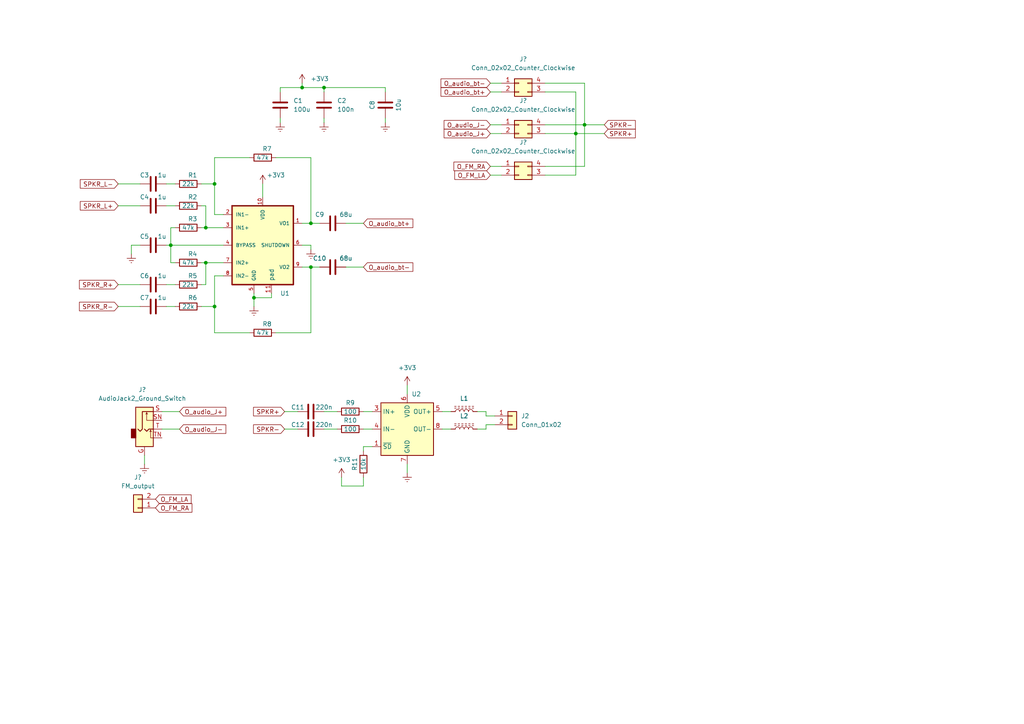
<source format=kicad_sch>
(kicad_sch (version 20211123) (generator eeschema)
  (paper "A4")
  (title_block (title "Audio preamplifier") (date "2023-01-14") (rev "0.1") (company "DjenaDev"))
  (lib_symbols
    (symbol "Amplifier_Audio:PAM8302AAS"
      (property "Reference" "U" (at 7.62 11.43 0))
      (property "Value" "PAM8302AAS" (at 7.62 8.89 0))
      (symbol "PAM8302AAS_0_1"
        (rectangle (start -7.62 7.62) (end 7.62 -7.62) (stroke (width 0.254)) (fill (type background)))
      )
      (symbol "PAM8302AAS_1_1"
        (pin input line (at -10.16 -5.08 0) (length 2.54) (name "~{SD}") (number "1"))
        (pin no_connect line (at 7.62 -5.08 180) (length 2.54) hide (name "NC") (number "2"))
        (pin input line (at -10.16 5.08 0) (length 2.54) (name "IN+") (number "3"))
        (pin input line (at -10.16 0 0) (length 2.54) (name "IN-") (number "4"))
        (pin output line (at 10.16 5.08 180) (length 2.54) (name "OUT+") (number "5"))
        (pin power_in line (at 0 10.16 270) (length 2.54) (name "VDD") (number "6"))
        (pin power_in line (at 0 -10.16 90) (length 2.54) (name "GND") (number "7"))
        (pin output line (at 10.16 0 180) (length 2.54) (name "OUT-") (number "8"))
      )
    )
    (symbol "Connector:AudioJack2_Ground_Switch"
      (property "Reference" "J" (at 0 11.43 0))
      (property "Value" "AudioJack2_Ground_Switch" (at 0 8.89 0))
      (symbol "AudioJack2_Ground_Switch_0_1"
        (rectangle (start -2.54 -2.54) (end -3.81 0) (stroke (width 0.254)) (fill (type outline)))
        (rectangle (start 2.54 6.35) (end -2.54 -5.08) (stroke (width 0.254)) (fill (type background)))
      )
      (symbol "AudioJack2_Ground_Switch_1_1"
        (polyline (pts (xy 0.635 4.826) (xy 0.889 4.318)))
        (polyline (pts (xy 1.778 -0.254) (xy 2.032 -0.762)))
        (polyline (pts (xy 0 0) (xy 0.635 -0.635) (xy 1.27 0) (xy 2.54 0)) (stroke (width 0.254)))
        (polyline (pts (xy 2.54 -2.54) (xy 1.778 -2.54) (xy 1.778 -0.254) (xy 1.524 -0.762)))
        (polyline (pts (xy 2.54 2.54) (xy 0.635 2.54) (xy 0.635 4.826) (xy 0.381 4.318)))
        (polyline (pts (xy 2.54 5.08) (xy -0.635 5.08) (xy -0.635 0) (xy -1.27 -0.635) (xy -1.905 0)) (stroke (width 0.254)))
        (pin passive line (at 0 -7.62 90) (length 2.54) (name "~") (number "G"))
        (pin passive line (at 5.08 5.08 180) (length 2.54) (name "~") (number "S"))
        (pin passive line (at 5.08 2.54 180) (length 2.54) (name "~") (number "SN"))
        (pin passive line (at 5.08 0 180) (length 2.54) (name "~") (number "T"))
        (pin passive line (at 5.08 -2.54 180) (length 2.54) (name "~") (number "TN"))
      )
    )
    (symbol "Connector_Generic:Conn_01x02" (pin_names (offset 1.016) hide)
      (property "Reference" "J" (at 0 2.54 0))
      (property "Value" "Conn_01x02" (at 0 -5.08 0))
      (symbol "Conn_01x02_1_1"
        (rectangle (start -1.27 -2.413) (end 0 -2.667) (stroke (width 0.1524)))
        (rectangle (start -1.27 0.127) (end 0 -0.127) (stroke (width 0.1524)))
        (rectangle (start -1.27 1.27) (end 1.27 -3.81) (stroke (width 0.254)) (fill (type background)))
        (pin passive line (at -5.08 0 0) (length 3.81) (name "Pin_1") (number "1"))
        (pin passive line (at -5.08 -2.54 0) (length 3.81) (name "Pin_2") (number "2"))
      )
    )
    (symbol "Connector_Generic:Conn_02x02_Counter_Clockwise" (pin_names (offset 1.016) hide)
      (property "Reference" "J" (at 1.27 2.54 0))
      (property "Value" "Conn_02x02_Counter_Clockwise" (at 1.27 -5.08 0))
      (symbol "Conn_02x02_Counter_Clockwise_1_1"
        (rectangle (start -1.27 -2.413) (end 0 -2.667) (stroke (width 0.1524)))
        (rectangle (start -1.27 0.127) (end 0 -0.127) (stroke (width 0.1524)))
        (rectangle (start -1.27 1.27) (end 3.81 -3.81) (stroke (width 0.254)) (fill (type background)))
        (rectangle (start 3.81 -2.413) (end 2.54 -2.667) (stroke (width 0.1524)))
        (rectangle (start 3.81 0.127) (end 2.54 -0.127) (stroke (width 0.1524)))
        (pin passive line (at -5.08 0 0) (length 3.81) (name "Pin_1") (number "1"))
        (pin passive line (at -5.08 -2.54 0) (length 3.81) (name "Pin_2") (number "2"))
        (pin passive line (at 7.62 -2.54 180) (length 3.81) (name "Pin_3") (number "3"))
        (pin passive line (at 7.62 0 180) (length 3.81) (name "Pin_4") (number "4"))
      )
    )
    (symbol "Device:C" (pin_numbers hide) (pin_names (offset 0.254))
      (property "Reference" "C" (at 0.635 2.54 0))
      (property "Value" "C" (at 0.635 -2.54 0))
      (symbol "C_0_1"
        (polyline (pts (xy -2.032 -0.762) (xy 2.032 -0.762)) (stroke (width 0.508)))
        (polyline (pts (xy -2.032 0.762) (xy 2.032 0.762)) (stroke (width 0.508)))
      )
      (symbol "C_1_1"
        (pin passive line (at 0 3.81 270) (length 2.794) (name "~") (number "1"))
        (pin passive line (at 0 -3.81 90) (length 2.794) (name "~") (number "2"))
      )
    )
    (symbol "Device:L_Ferrite" (pin_numbers hide) (pin_names (offset 1.016) hide)
      (property "Reference" "L" (at -1.27 0 90))
      (property "Value" "L_Ferrite" (at 2.794 0 90))
      (symbol "L_Ferrite_0_1"
        (arc (start 0 -2.54) (mid 0.635 -1.905) (end 0 -1.27))
        (arc (start 0 -1.27) (mid 0.635 -0.635) (end 0 0))
        (polyline (pts (xy 1.016 -2.794) (xy 1.016 -2.286)))
        (polyline (pts (xy 1.016 -1.778) (xy 1.016 -1.27)))
        (polyline (pts (xy 1.016 -0.762) (xy 1.016 -0.254)))
        (polyline (pts (xy 1.016 0.254) (xy 1.016 0.762)))
        (polyline (pts (xy 1.016 1.27) (xy 1.016 1.778)))
        (polyline (pts (xy 1.016 2.286) (xy 1.016 2.794)))
        (polyline (pts (xy 1.524 -2.286) (xy 1.524 -2.794)))
        (polyline (pts (xy 1.524 -1.27) (xy 1.524 -1.778)))
        (polyline (pts (xy 1.524 -0.254) (xy 1.524 -0.762)))
        (polyline (pts (xy 1.524 0.762) (xy 1.524 0.254)))
        (polyline (pts (xy 1.524 1.778) (xy 1.524 1.27)))
        (polyline (pts (xy 1.524 2.794) (xy 1.524 2.286)))
        (arc (start 0 0) (mid 0.635 0.635) (end 0 1.27))
        (arc (start 0 1.27) (mid 0.635 1.905) (end 0 2.54))
      )
      (symbol "L_Ferrite_1_1"
        (pin passive line (at 0 3.81 270) (length 1.27) (name "1") (number "1"))
        (pin passive line (at 0 -3.81 90) (length 1.27) (name "2") (number "2"))
      )
    )
    (symbol "Device:R" (pin_numbers hide) (pin_names (offset 0))
      (property "Reference" "R" (at 2.032 0 90))
      (property "Value" "R" (at 0 0 90))
      (symbol "R_0_1"
        (rectangle (start -1.016 -2.54) (end 1.016 2.54) (stroke (width 0.254)))
      )
      (symbol "R_1_1"
        (pin passive line (at 0 3.81 270) (length 1.27) (name "~") (number "1"))
        (pin passive line (at 0 -3.81 90) (length 1.27) (name "~") (number "2"))
      )
    )
    (symbol "Earth_1" (power) (pin_names (offset 0))
      (symbol "Earth_1_0_1"
        (polyline (pts (xy -0.635 -1.905) (xy 0.635 -1.905)))
        (polyline (pts (xy -0.127 -2.54) (xy 0.127 -2.54)))
        (polyline (pts (xy 0 -1.27) (xy 0 0)))
        (polyline (pts (xy 1.27 -1.27) (xy -1.27 -1.27)))
      )
      (symbol "Earth_1_1_1"
        (pin power_in line (at 0 0 270) (length 0) hide (name "Earth") (number "1"))
      )
    )
    (symbol "TPA6112A2DGQ:TPA6112A2DGQ" (pin_names (offset 1.016))
      (property "Reference" "U" (at -8.89 16.24 0))
      (property "Value" "TPA6112A2DGQ" (at 5.08 -13.97 0))
      (symbol "TPA6112A2DGQ_0_0"
        (rectangle (start -8.89 11.43) (end 8.89 -11.43) (stroke (width 0.41)) (fill (type background)))
        (pin output line (at 11.43 6.35 180) (length 2.54) (name "VO1") (number "1"))
        (pin power_in line (at 0 13.97 270) (length 2.54) (name "VDD") (number "10"))
        (pin input line (at -11.43 8.89 0) (length 2.54) (name "IN1-") (number "2"))
        (pin input line (at -11.43 5.08 0) (length 2.54) (name "IN1+") (number "3"))
        (pin input line (at -11.43 0 0) (length 2.54) (name "BYPASS") (number "4"))
        (pin power_in line (at -2.54 -13.97 90) (length 2.54) (name "GND") (number "5"))
        (pin input line (at 11.43 0 180) (length 2.54) (name "SHUTDOWN") (number "6"))
        (pin input line (at -11.43 -5.08 0) (length 2.54) (name "IN2+") (number "7"))
        (pin input line (at -11.43 -8.89 0) (length 2.54) (name "IN2-") (number "8"))
        (pin output line (at 11.43 -6.35 180) (length 2.54) (name "VO2") (number "9"))
      )
      (symbol "TPA6112A2DGQ_1_1"
        (pin power_in line (at 2.54 -13.97 90) (length 2.54) (name "pad") (number "11"))
      )
    )
    (symbol "power:+3V3" (power) (pin_names (offset 0))
      (property "Value" "+3V3" (at 0 3.556 0))
      (symbol "+3V3_0_1"
        (polyline (pts (xy -0.762 1.27) (xy 0 2.54)))
        (polyline (pts (xy 0 0) (xy 0 2.54)))
        (polyline (pts (xy 0 2.54) (xy 0.762 1.27)))
      )
      (symbol "+3V3_1_1"
        (pin power_in line (at 0 0 90) (length 0) hide (name "+3V3") (number "1"))
      )
    )
    (symbol "power:Earth" (power) (pin_names (offset 0))
      (symbol "Earth_0_1"
        (polyline (pts (xy -0.635 -1.905) (xy 0.635 -1.905)))
        (polyline (pts (xy -0.127 -2.54) (xy 0.127 -2.54)))
        (polyline (pts (xy 0 -1.27) (xy 0 0)))
        (polyline (pts (xy 1.27 -1.27) (xy -1.27 -1.27)))
      )
      (symbol "Earth_1_1"
        (pin power_in line (at 0 0 270) (length 0) hide (name "Earth") (number "1"))
      )
    )
  )
  (junction (at 167.005 38.735))
  (junction (at 59.69 66.04))
  (junction (at 62.23 53.34))
  (junction (at 59.69 76.2))
  (junction (at 90.17 64.77))
  (junction (at 169.545 36.195))
  (junction (at 87.63 25.4))
  (junction (at 49.53 71.12))
  (junction (at 62.23 88.9))
  (junction (at 73.66 86.36))
  (junction (at 90.17 77.47))
  (junction (at 93.98 25.4))
  (wire (pts (xy 142.24 36.195) (xy 145.415 36.195)))
  (wire (pts (xy 59.69 59.69) (xy 58.42 59.69)))
  (wire (pts (xy 111.76 26.67) (xy 111.76 25.4)))
  (wire (pts (xy 73.66 85.09) (xy 73.66 86.36)))
  (wire (pts (xy 105.41 138.43) (xy 105.41 140.97)))
  (wire (pts (xy 90.17 77.47) (xy 87.63 77.47)))
  (wire (pts (xy 118.11 134.62) (xy 118.11 137.16)))
  (wire (pts (xy 90.17 71.12) (xy 87.63 71.12)))
  (wire (pts (xy 167.005 26.67) (xy 167.005 38.735)))
  (wire (pts (xy 82.55 124.46) (xy 86.36 124.46)))
  (wire (pts (xy 72.39 45.72) (xy 62.23 45.72)))
  (wire (pts (xy 128.27 124.46) (xy 130.81 124.46)))
  (wire (pts (xy 167.005 38.735) (xy 167.005 50.8)))
  (wire (pts (xy 158.115 26.67) (xy 167.005 26.67)))
  (wire (pts (xy 34.29 82.55) (xy 40.64 82.55)))
  (wire (pts (xy 90.17 64.77) (xy 87.63 64.77)))
  (wire (pts (xy 58.42 53.34) (xy 62.23 53.34)))
  (wire (pts (xy 80.01 96.52) (xy 90.17 96.52)))
  (wire (pts (xy 73.66 86.36) (xy 73.66 88.9)))
  (wire (pts (xy 62.23 62.23) (xy 64.77 62.23)))
  (wire (pts (xy 34.29 59.69) (xy 40.64 59.69)))
  (wire (pts (xy 118.11 111.76) (xy 118.11 114.3)))
  (wire (pts (xy 143.51 120.65) (xy 140.97 120.65)))
  (wire (pts (xy 169.545 24.13) (xy 169.545 36.195)))
  (wire (pts (xy 59.69 76.2) (xy 64.77 76.2)))
  (wire (pts (xy 58.42 82.55) (xy 59.69 82.55)))
  (wire (pts (xy 59.69 59.69) (xy 59.69 66.04)))
  (wire (pts (xy 64.77 80.01) (xy 62.23 80.01)))
  (wire (pts (xy 167.005 38.735) (xy 175.26 38.735)))
  (wire (pts (xy 82.55 119.38) (xy 86.36 119.38)))
  (wire (pts (xy 93.98 124.46) (xy 97.79 124.46)))
  (wire (pts (xy 90.17 45.72) (xy 90.17 64.77)))
  (wire (pts (xy 62.23 96.52) (xy 62.23 88.9)))
  (wire (pts (xy 142.24 38.735) (xy 145.415 38.735)))
  (wire (pts (xy 142.24 26.67) (xy 145.415 26.67)))
  (wire (pts (xy 158.115 24.13) (xy 169.545 24.13)))
  (wire (pts (xy 50.8 66.04) (xy 49.53 66.04)))
  (wire (pts (xy 62.23 53.34) (xy 62.23 62.23)))
  (wire (pts (xy 49.53 71.12) (xy 49.53 76.2)))
  (wire (pts (xy 142.24 50.8) (xy 145.415 50.8)))
  (wire (pts (xy 58.42 88.9) (xy 62.23 88.9)))
  (wire (pts (xy 78.74 85.09) (xy 78.74 86.36)))
  (wire (pts (xy 158.115 38.735) (xy 167.005 38.735)))
  (wire (pts (xy 58.42 66.04) (xy 59.69 66.04)))
  (wire (pts (xy 62.23 45.72) (xy 62.23 53.34)))
  (wire (pts (xy 87.63 24.13) (xy 87.63 25.4)))
  (wire (pts (xy 49.53 66.04) (xy 49.53 71.12)))
  (wire (pts (xy 81.28 34.29) (xy 81.28 35.56)))
  (wire (pts (xy 48.26 59.69) (xy 50.8 59.69)))
  (wire (pts (xy 105.41 119.38) (xy 107.95 119.38)))
  (wire (pts (xy 48.26 82.55) (xy 50.8 82.55)))
  (wire (pts (xy 72.39 96.52) (xy 62.23 96.52)))
  (wire (pts (xy 48.26 53.34) (xy 50.8 53.34)))
  (wire (pts (xy 59.69 66.04) (xy 64.77 66.04)))
  (wire (pts (xy 48.26 88.9) (xy 50.8 88.9)))
  (wire (pts (xy 140.97 124.46) (xy 140.97 123.19)))
  (wire (pts (xy 169.545 48.26) (xy 169.545 36.195)))
  (wire (pts (xy 46.99 119.38) (xy 52.07 119.38)))
  (wire (pts (xy 41.91 132.08) (xy 41.91 134.62)))
  (wire (pts (xy 158.115 50.8) (xy 167.005 50.8)))
  (wire (pts (xy 105.41 129.54) (xy 107.95 129.54)))
  (wire (pts (xy 93.98 25.4) (xy 87.63 25.4)))
  (wire (pts (xy 90.17 77.47) (xy 92.71 77.47)))
  (wire (pts (xy 48.26 71.12) (xy 49.53 71.12)))
  (wire (pts (xy 105.41 140.97) (xy 99.06 140.97)))
  (wire (pts (xy 58.42 76.2) (xy 59.69 76.2)))
  (wire (pts (xy 93.98 26.67) (xy 93.98 25.4)))
  (wire (pts (xy 59.69 76.2) (xy 59.69 82.55)))
  (wire (pts (xy 158.115 48.26) (xy 169.545 48.26)))
  (wire (pts (xy 62.23 80.01) (xy 62.23 88.9)))
  (wire (pts (xy 100.33 77.47) (xy 105.41 77.47)))
  (wire (pts (xy 138.43 124.46) (xy 140.97 124.46)))
  (wire (pts (xy 81.28 25.4) (xy 87.63 25.4)))
  (wire (pts (xy 140.97 120.65) (xy 140.97 119.38)))
  (wire (pts (xy 90.17 77.47) (xy 90.17 96.52)))
  (wire (pts (xy 90.17 64.77) (xy 92.71 64.77)))
  (wire (pts (xy 111.76 34.29) (xy 111.76 35.56)))
  (wire (pts (xy 142.24 24.13) (xy 145.415 24.13)))
  (wire (pts (xy 34.29 88.9) (xy 40.64 88.9)))
  (wire (pts (xy 38.1 71.12) (xy 38.1 73.66)))
  (wire (pts (xy 142.24 48.26) (xy 145.415 48.26)))
  (wire (pts (xy 80.01 45.72) (xy 90.17 45.72)))
  (wire (pts (xy 140.97 123.19) (xy 143.51 123.19)))
  (wire (pts (xy 34.29 53.34) (xy 40.64 53.34)))
  (wire (pts (xy 93.98 34.29) (xy 93.98 35.56)))
  (wire (pts (xy 64.77 71.12) (xy 49.53 71.12)))
  (wire (pts (xy 111.76 25.4) (xy 93.98 25.4)))
  (wire (pts (xy 76.2 53.34) (xy 76.2 57.15)))
  (wire (pts (xy 40.64 71.12) (xy 38.1 71.12)))
  (wire (pts (xy 46.99 124.46) (xy 52.07 124.46)))
  (wire (pts (xy 90.17 72.39) (xy 90.17 71.12)))
  (wire (pts (xy 99.06 140.97) (xy 99.06 138.43)))
  (wire (pts (xy 50.8 76.2) (xy 49.53 76.2)))
  (wire (pts (xy 158.115 36.195) (xy 169.545 36.195)))
  (wire (pts (xy 128.27 119.38) (xy 130.81 119.38)))
  (wire (pts (xy 93.98 119.38) (xy 97.79 119.38)))
  (wire (pts (xy 81.28 26.67) (xy 81.28 25.4)))
  (wire (pts (xy 100.33 64.77) (xy 105.41 64.77)))
  (wire (pts (xy 169.545 36.195) (xy 175.26 36.195)))
  (wire (pts (xy 105.41 124.46) (xy 107.95 124.46)))
  (wire (pts (xy 78.74 86.36) (xy 73.66 86.36)))
  (wire (pts (xy 105.41 129.54) (xy 105.41 130.81)))
  (wire (pts (xy 138.43 119.38) (xy 140.97 119.38)))
  (global_label "SPKR_R-" (shape input) (at 34.29 88.9 180) (property "Intersheet References" "${INTERSHEET_REFS}" (effects hide)))
  (global_label "SPKR_R+" (shape input) (at 34.29 82.55 180) (property "Intersheet References" "${INTERSHEET_REFS}" (effects hide)))
  (global_label "O_FM_LA" (shape input) (at 45.085 144.78 0) (property "Intersheet References" "${INTERSHEET_REFS}" (effects hide)))
  (global_label "O_audio_bt-" (shape input) (at 142.24 24.13 180) (property "Intersheet References" "${INTERSHEET_REFS}" (effects hide)))
  (global_label "O_FM_RA" (shape input) (at 142.24 48.26 180) (property "Intersheet References" "${INTERSHEET_REFS}" (effects hide)))
  (global_label "O_audio_J-" (shape input) (at 142.24 36.195 180) (property "Intersheet References" "${INTERSHEET_REFS}" (effects hide)))
  (global_label "O_audio_J+" (shape input) (at 52.07 119.38 0) (property "Intersheet References" "${INTERSHEET_REFS}" (effects hide)))
  (global_label "SPKR-" (shape input) (at 175.26 36.195 0) (property "Intersheet References" "${INTERSHEET_REFS}" (effects hide)))
  (global_label "O_audio_bt+" (shape input) (at 105.41 64.77 0) (property "Intersheet References" "${INTERSHEET_REFS}" (effects hide)))
  (global_label "SPKR+" (shape input) (at 175.26 38.735 0) (property "Intersheet References" "${INTERSHEET_REFS}" (effects hide)))
  (global_label "O_audio_J+" (shape input) (at 142.24 38.735 180) (property "Intersheet References" "${INTERSHEET_REFS}" (effects hide)))
  (global_label "O_audio_bt-" (shape input) (at 105.41 77.47 0) (property "Intersheet References" "${INTERSHEET_REFS}" (effects hide)))
  (global_label "O_audio_bt+" (shape input) (at 142.24 26.67 180) (property "Intersheet References" "${INTERSHEET_REFS}" (effects hide)))
  (global_label "SPKR-" (shape input) (at 82.55 124.46 180) (property "Intersheet References" "${INTERSHEET_REFS}" (effects hide)))
  (global_label "O_audio_J-" (shape input) (at 52.07 124.46 0) (property "Intersheet References" "${INTERSHEET_REFS}" (effects hide)))
  (global_label "O_FM_LA" (shape input) (at 142.24 50.8 180) (property "Intersheet References" "${INTERSHEET_REFS}" (effects hide)))
  (global_label "SPKR+" (shape input) (at 82.55 119.38 180) (property "Intersheet References" "${INTERSHEET_REFS}" (effects hide)))
  (global_label "O_FM_RA" (shape input) (at 45.085 147.32 0) (property "Intersheet References" "${INTERSHEET_REFS}" (effects hide)))
  (global_label "SPKR_L+" (shape input) (at 34.29 59.69 180) (property "Intersheet References" "${INTERSHEET_REFS}" (effects hide)))
  (global_label "SPKR_L-" (shape input) (at 34.29 53.34 180) (property "Intersheet References" "${INTERSHEET_REFS}" (effects hide)))
  (symbol (lib_id "Device:C") (at 96.52 77.47 90) (unit 1)
    (property "Reference" "C10" (at 92.71 74.93 90))
    (property "Value" "68u" (at 100.33 74.93 90))
  )
  (symbol (lib_id "Device:R") (at 101.6 119.38 270) (unit 1)
    (property "Reference" "R9" (at 101.6 116.84 90))
    (property "Value" "100" (at 101.6 119.38 90))
  )
  (symbol (lib_id "Device:R") (at 76.2 45.72 90) (unit 1)
    (property "Reference" "R7" (at 77.47 43.18 90))
    (property "Value" "47k" (at 76.2 45.72 90))
  )
  (symbol (lib_id "Device:C") (at 44.45 53.34 90) (unit 1)
    (property "Reference" "C3" (at 41.91 50.8 90))
    (property "Value" "1u" (at 46.99 50.8 90))
  )
  (symbol (lib_id "Connector_Generic:Conn_02x02_Counter_Clockwise") (at 150.495 48.26 0) (unit 1)
    (property "Reference" "J?" (at 151.765 41.275 0))
    (property "Value" "Conn_02x02_Counter_Clockwise" (at 151.765 43.815 0))
  )
  (symbol (lib_id "power:Earth") (at 81.28 35.56 0) (unit 1)
    (property "Reference" "#PWR01" (effects hide))
    (property "Value" "Earth" (effects hide))
  )
  (symbol (lib_id "TPA6112A2DGQ:TPA6112A2DGQ") (at 76.2 71.12 0) (unit 1)
    (property "Reference" "U1" (at 81.28 85.09 0) (effects (justify left)))
    (property "Value" "TPA6112A2DGQ" (effects hide))
    (property "Footprint" "IC_XTR111AIDGQR" (effects hide))
  )
  (symbol (lib_id "power:Earth") (at 118.11 137.16 0) (unit 1)
    (property "Reference" "#PWR011" (effects hide))
    (property "Value" "Earth" (effects hide))
  )
  (symbol (lib_id "power:Earth") (at 111.76 35.56 0) (unit 1)
    (property "Reference" "#PWR05" (effects hide))
    (property "Value" "Earth" (effects hide))
  )
  (symbol (lib_id "Device:R") (at 54.61 82.55 90) (unit 1)
    (property "Reference" "R5" (at 55.88 80.01 90))
    (property "Value" "22k" (at 54.61 82.55 90))
  )
  (symbol (lib_id "Device:R") (at 54.61 88.9 90) (unit 1)
    (property "Reference" "R6" (at 55.88 86.36 90))
    (property "Value" "22k" (at 54.61 88.9 90))
  )
  (symbol (lib_id "power:Earth") (at 38.1 73.66 0) (unit 1)
    (property "Reference" "#PWR03" (effects hide))
    (property "Value" "Earth" (effects hide))
  )
  (symbol (lib_id "power:Earth") (at 90.17 72.39 0) (unit 1)
    (property "Reference" "#PWR08" (effects hide))
    (property "Value" "Earth" (effects hide))
  )
  (symbol (lib_id "Device:L_Ferrite") (at 134.62 124.46 90) (unit 1)
    (property "Reference" "L2" (at 134.62 120.65 90))
    (property "Value" "L_Ferrite" (effects hide))
  )
  (symbol (lib_id "Device:C") (at 81.28 30.48 0) (unit 1)
    (property "Reference" "C1" (at 85.09 29.2099 0) (effects (justify left)))
    (property "Value" "100u" (at 85.09 31.7499 0) (effects (justify left)))
  )
  (symbol (lib_id "Device:C") (at 44.45 82.55 90) (unit 1)
    (property "Reference" "C6" (at 41.91 80.01 90))
    (property "Value" "1u" (at 46.99 80.01 90))
  )
  (symbol (lib_id "Connector_Generic:Conn_01x02") (at 148.59 120.65 0) (unit 1)
    (property "Reference" "J2" (at 151.13 120.6499 0) (effects (justify left)))
    (property "Value" "Conn_01x02" (at 151.13 123.1899 0) (effects (justify left)))
  )
  (symbol (lib_id "power:+3V3") (at 99.06 138.43 0) (unit 1)
    (property "Reference" "#PWR09" (effects hide))
    (property "Value" "+3V3" (at 99.06 133.35 0))
  )
  (symbol (lib_id "power:+3V3") (at 118.11 111.76 0) (unit 1)
    (property "Reference" "#PWR010" (effects hide))
    (property "Value" "+3V3" (at 118.11 106.68 0))
  )
  (symbol (lib_id "Connector_Generic:Conn_02x02_Counter_Clockwise") (at 150.495 36.195 0) (unit 1)
    (property "Reference" "J?" (at 151.765 29.21 0))
    (property "Value" "Conn_02x02_Counter_Clockwise" (at 151.765 31.75 0))
  )
  (symbol (lib_id "Device:R") (at 54.61 53.34 90) (unit 1)
    (property "Reference" "R1" (at 55.88 50.8 90))
    (property "Value" "22k" (at 54.61 53.34 90))
  )
  (symbol (lib_id "Device:R") (at 54.61 59.69 90) (unit 1)
    (property "Reference" "R2" (at 55.88 57.15 90))
    (property "Value" "22k" (at 54.61 59.69 90))
  )
  (symbol (lib_id "Device:C") (at 90.17 124.46 90) (unit 1)
    (property "Reference" "C12" (at 86.36 123.19 90))
    (property "Value" "220n" (at 93.98 123.19 90))
  )
  (symbol (lib_id "Connector_Generic:Conn_01x02") (at 40.005 147.32 180) (unit 1)
    (property "Reference" "J?" (at 40.005 138.43 0))
    (property "Value" "FM_output" (at 40.005 140.97 0))
  )
  (symbol (lib_id "Connector_Generic:Conn_02x02_Counter_Clockwise") (at 150.495 24.13 0) (unit 1)
    (property "Reference" "J?" (at 151.765 17.145 0))
    (property "Value" "Conn_02x02_Counter_Clockwise" (at 151.765 19.685 0))
  )
  (symbol (lib_id "Device:C") (at 44.45 88.9 90) (unit 1)
    (property "Reference" "C7" (at 41.91 86.36 90))
    (property "Value" "1u" (at 46.99 86.36 90))
  )
  (symbol (lib_id "Device:C") (at 96.52 64.77 90) (unit 1)
    (property "Reference" "C9" (at 92.71 62.23 90))
    (property "Value" "68u" (at 100.33 62.23 90))
  )
  (symbol (lib_id "Device:R") (at 101.6 124.46 270) (unit 1)
    (property "Reference" "R10" (at 101.6 121.92 90))
    (property "Value" "100" (at 101.6 124.46 90))
  )
  (symbol (lib_id "Amplifier_Audio:PAM8302AAS") (at 118.11 124.46 0) (unit 1)
    (property "Reference" "U2" (at 119.38 114.3 0) (effects (justify left)))
    (property "Value" "PAM8302AAS" (effects hide))
    (property "Datasheet" "https://www.diodes.com/assets/Datasheets/PAM8302A.pdf" (effects hide))
  )
  (symbol (lib_id "Connector:AudioJack2_Ground_Switch") (at 41.91 124.46 0) (unit 1)
    (property "Reference" "J?" (at 41.275 113.03 0))
    (property "Value" "AudioJack2_Ground_Switch" (at 41.275 115.57 0))
  )
  (symbol (lib_id "Device:R") (at 54.61 66.04 90) (unit 1)
    (property "Reference" "R3" (at 55.88 63.5 90))
    (property "Value" "47k" (at 54.61 66.04 90))
  )
  (symbol (lib_name "Earth_1") (lib_id "power:Earth") (at 41.91 134.62 0) (unit 1)
    (property "Reference" "#PWR?" (effects hide))
    (property "Value" "Earth" (effects hide))
  )
  (symbol (lib_id "power:+3V3") (at 76.2 53.34 0) (unit 1)
    (property "Reference" "#PWR07" (effects hide))
    (property "Value" "+3V3" (at 80.01 50.8 0))
  )
  (symbol (lib_id "Device:C") (at 44.45 59.69 90) (unit 1)
    (property "Reference" "C4" (at 41.91 57.15 90))
    (property "Value" "1u" (at 46.99 57.15 90))
  )
  (symbol (lib_id "Device:C") (at 44.45 71.12 90) (unit 1)
    (property "Reference" "C5" (at 41.91 68.58 90))
    (property "Value" "1u" (at 46.99 68.58 90))
  )
  (symbol (lib_id "Device:C") (at 111.76 30.48 180) (unit 1)
    (property "Reference" "C8" (at 107.95 30.48 90))
    (property "Value" "10u" (at 115.57 30.48 90))
  )
  (symbol (lib_id "power:+3V3") (at 87.63 24.13 0) (unit 1)
    (property "Reference" "#PWR02" (effects hide))
    (property "Value" "+3V3" (at 92.71 22.86 0))
  )
  (symbol (lib_id "Device:R") (at 54.61 76.2 90) (unit 1)
    (property "Reference" "R4" (at 55.88 73.66 90))
    (property "Value" "47k" (at 54.61 76.2 90))
  )
  (symbol (lib_id "power:Earth") (at 93.98 35.56 0) (unit 1)
    (property "Reference" "#PWR04" (effects hide))
    (property "Value" "Earth" (effects hide))
  )
  (symbol (lib_id "power:Earth") (at 73.66 88.9 0) (unit 1)
    (property "Reference" "#PWR06" (effects hide))
    (property "Value" "Earth" (effects hide))
  )
  (symbol (lib_id "Device:L_Ferrite") (at 134.62 119.38 90) (unit 1)
    (property "Reference" "L1" (at 134.62 115.57 90))
    (property "Value" "L_Ferrite" (effects hide))
  )
  (symbol (lib_id "Device:C") (at 93.98 30.48 0) (unit 1)
    (property "Reference" "C2" (at 97.79 29.2099 0) (effects (justify left)))
    (property "Value" "100n" (at 97.79 31.7499 0) (effects (justify left)))
  )
  (symbol (lib_id "Device:C") (at 90.17 119.38 90) (unit 1)
    (property "Reference" "C11" (at 86.36 118.11 90))
    (property "Value" "220n" (at 93.98 118.11 90))
  )
  (symbol (lib_id "Device:R") (at 105.41 134.62 0) (unit 1)
    (property "Reference" "R11" (at 102.87 134.62 90))
    (property "Value" "10k" (at 105.41 134.62 90))
  )
  (symbol (lib_id "Device:R") (at 76.2 96.52 90) (unit 1)
    (property "Reference" "R8" (at 77.47 93.98 90))
    (property "Value" "47k" (at 76.2 96.52 90))
  )
)
</source>
